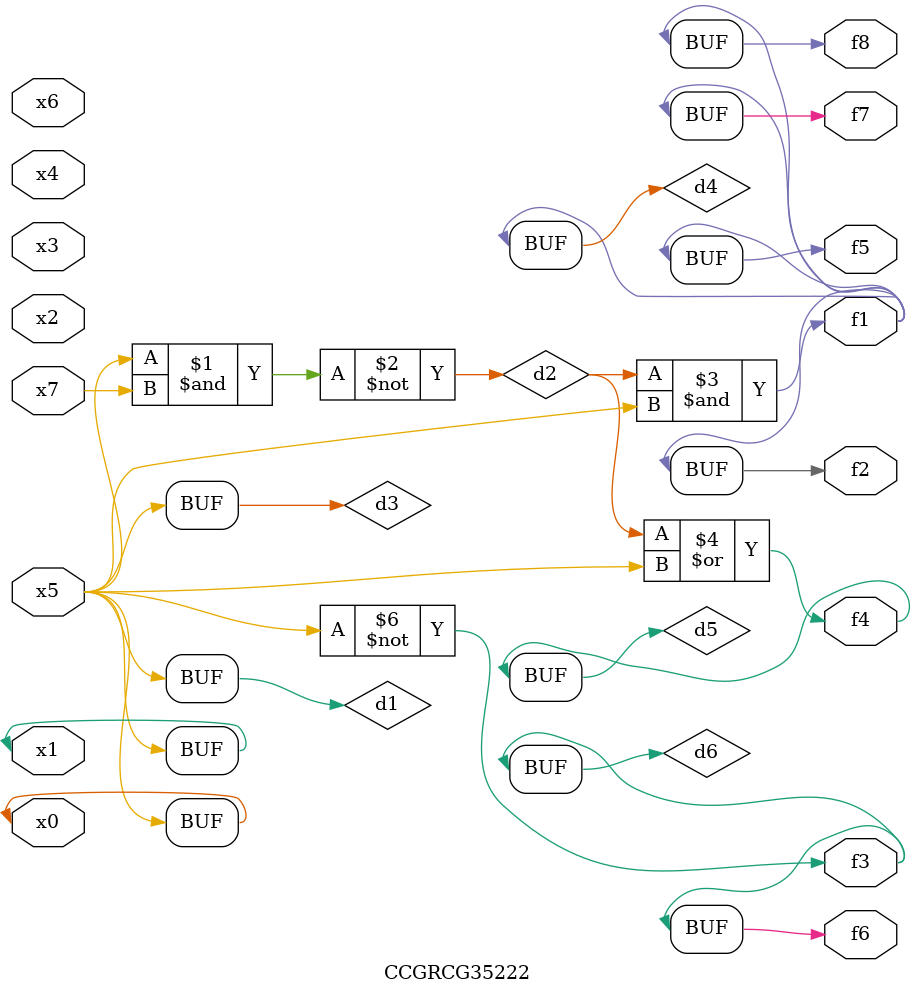
<source format=v>
module CCGRCG35222(
	input x0, x1, x2, x3, x4, x5, x6, x7,
	output f1, f2, f3, f4, f5, f6, f7, f8
);

	wire d1, d2, d3, d4, d5, d6;

	buf (d1, x0, x5);
	nand (d2, x5, x7);
	buf (d3, x0, x1);
	and (d4, d2, d3);
	or (d5, d2, d3);
	nor (d6, d1, d3);
	assign f1 = d4;
	assign f2 = d4;
	assign f3 = d6;
	assign f4 = d5;
	assign f5 = d4;
	assign f6 = d6;
	assign f7 = d4;
	assign f8 = d4;
endmodule

</source>
